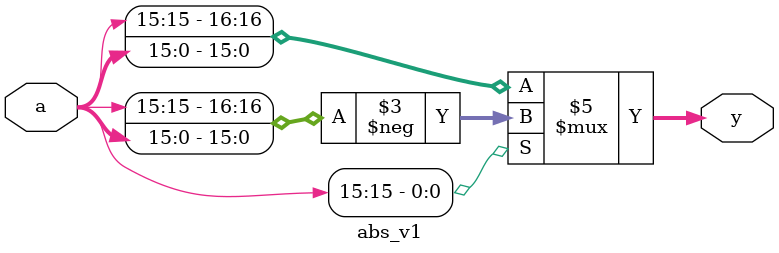
<source format=sv>
module abs_v1
#(
  parameter W = 16
)
(
  input logic signed [W - 1 : 0] a,
  output logic signed [W : 0] y
);

  always_comb begin
    y = a[W - 1] ? (-a) : a;
  end
endmodule

</source>
